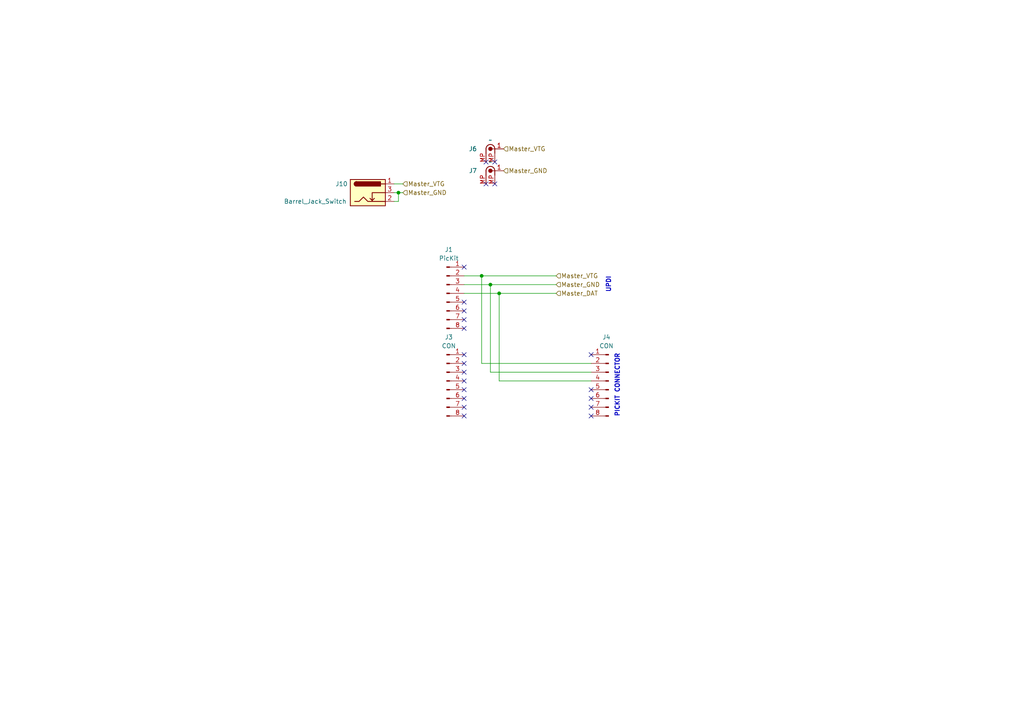
<source format=kicad_sch>
(kicad_sch (version 20231120) (generator "eeschema") (generator_version "8.0")
  (paper "A4")
  (lib_symbols
    (symbol "Connector:Barrel_Jack_Switch" (pin_names hide)
      (property "Reference" "J" (at 0 5.334 0))
      (property "Value" "Barrel_Jack_Switch" (at 0 -5.08 0))
      (symbol "Barrel_Jack_Switch_0_1"
        (rectangle (start -5.08 3.81) (end 5.08 -3.81) (stroke (width 0.254)) (fill (type background)))
        (arc (start -3.302 3.175) (mid -3.9343 2.54) (end -3.302 1.905) (stroke (width 0.254)))
        (arc (start -3.302 3.175) (mid -3.9343 2.54) (end -3.302 1.905) (stroke (width 0.254)) (fill (type outline)))
        (polyline (pts (xy 1.27 -2.286) (xy 1.905 -1.651)) (stroke (width 0.254)))
        (polyline (pts (xy 5.08 2.54) (xy 3.81 2.54)) (stroke (width 0.254)))
        (polyline (pts (xy 5.08 0) (xy 1.27 0) (xy 1.27 -2.286) (xy 0.635 -1.651)) (stroke (width 0.254)))
        (polyline (pts (xy -3.81 -2.54) (xy -2.54 -2.54) (xy -1.27 -1.27) (xy 0 -2.54) (xy 2.54 -2.54) (xy 5.08 -2.54)) (stroke (width 0.254)))
        (rectangle (start 3.683 3.175) (end -3.302 1.905) (stroke (width 0.254)) (fill (type outline)))
      )
      (symbol "Barrel_Jack_Switch_1_1"
        (pin passive line (at 7.62 2.54 180) (length 2.54) (name "~") (number "1"))
        (pin passive line (at 7.62 -2.54 180) (length 2.54) (name "~") (number "2"))
        (pin passive line (at 7.62 0 180) (length 2.54) (name "~") (number "3"))
      )
    )
    (symbol "Connector:Conn_01x08_Pin" (pin_names (offset 1.016) hide)
      (property "Reference" "J" (at 0 10.16 0))
      (property "Value" "Conn_01x08_Pin" (at 0 -12.7 0))
      (symbol "Conn_01x08_Pin_1_1"
        (polyline (pts (xy 1.27 -10.16) (xy 0.8636 -10.16)) (stroke (width 0.1524)))
        (polyline (pts (xy 1.27 -7.62) (xy 0.8636 -7.62)) (stroke (width 0.1524)))
        (polyline (pts (xy 1.27 -5.08) (xy 0.8636 -5.08)) (stroke (width 0.1524)))
        (polyline (pts (xy 1.27 -2.54) (xy 0.8636 -2.54)) (stroke (width 0.1524)))
        (polyline (pts (xy 1.27 0) (xy 0.8636 0)) (stroke (width 0.1524)))
        (polyline (pts (xy 1.27 2.54) (xy 0.8636 2.54)) (stroke (width 0.1524)))
        (polyline (pts (xy 1.27 5.08) (xy 0.8636 5.08)) (stroke (width 0.1524)))
        (polyline (pts (xy 1.27 7.62) (xy 0.8636 7.62)) (stroke (width 0.1524)))
        (rectangle (start 0.8636 -10.033) (end 0 -10.287) (stroke (width 0.1524)) (fill (type outline)))
        (rectangle (start 0.8636 -7.493) (end 0 -7.747) (stroke (width 0.1524)) (fill (type outline)))
        (rectangle (start 0.8636 -4.953) (end 0 -5.207) (stroke (width 0.1524)) (fill (type outline)))
        (rectangle (start 0.8636 -2.413) (end 0 -2.667) (stroke (width 0.1524)) (fill (type outline)))
        (rectangle (start 0.8636 0.127) (end 0 -0.127) (stroke (width 0.1524)) (fill (type outline)))
        (rectangle (start 0.8636 2.667) (end 0 2.413) (stroke (width 0.1524)) (fill (type outline)))
        (rectangle (start 0.8636 5.207) (end 0 4.953) (stroke (width 0.1524)) (fill (type outline)))
        (rectangle (start 0.8636 7.747) (end 0 7.493) (stroke (width 0.1524)) (fill (type outline)))
        (pin passive line (at 5.08 7.62 180) (length 3.81) (name "Pin_1") (number "1"))
        (pin passive line (at 5.08 5.08 180) (length 3.81) (name "Pin_2") (number "2"))
        (pin passive line (at 5.08 2.54 180) (length 3.81) (name "Pin_3") (number "3"))
        (pin passive line (at 5.08 0 180) (length 3.81) (name "Pin_4") (number "4"))
        (pin passive line (at 5.08 -2.54 180) (length 3.81) (name "Pin_5") (number "5"))
        (pin passive line (at 5.08 -5.08 180) (length 3.81) (name "Pin_6") (number "6"))
        (pin passive line (at 5.08 -7.62 180) (length 3.81) (name "Pin_7") (number "7"))
        (pin passive line (at 5.08 -10.16 180) (length 3.81) (name "Pin_8") (number "8"))
      )
    )
    (symbol "schutzinger SWEB 8094:Banana_4mm"
      (property "Reference" "J" (at -3.81 -0.254 0))
      (symbol "Banana_4mm_0_1"
        (circle (center 0 0) (radius 0.508) (stroke (width 0.2032)) (fill (type outline)))
        (arc (start 1.27 0) (mid 0 1.27) (end -1.27 0) (stroke (width 0.254)))
      )
      (symbol "Banana_4mm_1_1"
        (polyline (pts (xy -1.27 0) (xy -1.27 -1.27)) (stroke (width 0.254)))
        (polyline (pts (xy 1.27 0) (xy 0 0)) (stroke (width 0.1524)))
        (polyline (pts (xy 1.27 0) (xy 1.27 -1.27)) (stroke (width 0.254)))
        (pin passive line (at 3.81 0 180) (length 2.54) (name "") (number "1"))
        (pin passive line (at -1.27 -3.81 90) (length 2.54) (name "") (number "MP"))
        (pin passive line (at 1.27 -3.81 90) (length 2.54) (name "") (number "MP"))
      )
    )
  )
  (junction (at 139.7 80.01))
  (junction (at 142.24 82.55))
  (junction (at 115.57 55.88))
  (junction (at 144.78 85.09))
  (no_connect (at 171.45 115.57))
  (no_connect (at 134.62 77.47))
  (no_connect (at 134.62 90.17))
  (no_connect (at 134.62 105.41))
  (no_connect (at 134.62 95.25))
  (no_connect (at 134.62 113.03))
  (no_connect (at 140.97 46.99))
  (no_connect (at 171.45 113.03))
  (no_connect (at 134.62 107.95))
  (no_connect (at 134.62 118.11))
  (no_connect (at 143.51 53.34))
  (no_connect (at 171.45 120.65))
  (no_connect (at 134.62 92.71))
  (no_connect (at 140.97 53.34))
  (no_connect (at 171.45 118.11))
  (no_connect (at 134.62 110.49))
  (no_connect (at 134.62 87.63))
  (no_connect (at 134.62 115.57))
  (no_connect (at 171.45 102.87))
  (no_connect (at 143.51 46.99))
  (no_connect (at 134.62 102.87))
  (no_connect (at 134.62 120.65))
  (wire (pts (xy 115.57 55.88) (xy 116.84 55.88)))
  (wire (pts (xy 116.84 53.34) (xy 114.3 53.34)))
  (wire (pts (xy 144.78 110.49) (xy 171.45 110.49)))
  (wire (pts (xy 115.57 58.42) (xy 115.57 55.88)))
  (wire (pts (xy 142.24 107.95) (xy 171.45 107.95)))
  (wire (pts (xy 114.3 55.88) (xy 115.57 55.88)))
  (wire (pts (xy 142.24 82.55) (xy 161.29 82.55)))
  (wire (pts (xy 114.3 58.42) (xy 115.57 58.42)))
  (wire (pts (xy 144.78 85.09) (xy 144.78 110.49)))
  (wire (pts (xy 134.62 80.01) (xy 139.7 80.01)))
  (wire (pts (xy 134.62 85.09) (xy 144.78 85.09)))
  (wire (pts (xy 139.7 80.01) (xy 161.29 80.01)))
  (wire (pts (xy 139.7 105.41) (xy 171.45 105.41)))
  (wire (pts (xy 139.7 80.01) (xy 139.7 105.41)))
  (wire (pts (xy 142.24 82.55) (xy 142.24 107.95)))
  (wire (pts (xy 134.62 82.55) (xy 142.24 82.55)))
  (wire (pts (xy 144.78 85.09) (xy 161.29 85.09)))
  (text "PICKIT CONNECTOR" (at 179.07 111.76 90) (effects (font (size 1.27 1.27) (thickness 0.254) (bold yes))))
  (text "UPDI" (at 176.53 82.55 90) (effects (font (size 1.27 1.27) (thickness 0.254) (bold yes))))
  (hierarchical_label "Master_VTG" (shape input) (at 161.29 80.01 0))
  (hierarchical_label "Master_GND" (shape input) (at 116.84 55.88 0))
  (hierarchical_label "Master_GND" (shape input) (at 146.05 49.53 0))
  (hierarchical_label "Master_VTG" (shape input) (at 146.05 43.18 0))
  (hierarchical_label "Master_DAT" (shape input) (at 161.29 85.09 0))
  (hierarchical_label "Master_VTG" (shape input) (at 116.84 53.34 0))
  (hierarchical_label "Master_GND" (shape input) (at 161.29 82.55 0))
  (symbol (lib_id "Connector:Conn_01x08_Pin") (at 176.53 110.49 0) (mirror y) (unit 1)
    (property "Reference" "J4" (at 175.895 97.79 0))
    (property "Value" "CON" (at 175.895 100.33 0))
    (property "Footprint" "Connector_PinHeader_2.54mm:PinHeader_1x08_P2.54mm_Vertical" (effects (hide yes)))
  )
  (symbol (lib_id "Connector:Barrel_Jack_Switch") (at 106.68 55.88 0) (unit 1)
    (property "Reference" "J10" (at 99.06 53.34 0))
    (property "Value" "Barrel_Jack_Switch" (at 91.44 58.42 0))
    (property "Footprint" "Connector_BarrelJack:BarrelJack_Horizontal" (effects (hide yes)))
    (property "Description" "DC Barrel Jack with an internal switch" (effects (hide yes)))
  )
  (symbol (lib_id "schutzinger SWEB 8094:Banana_4mm") (at 142.24 43.18 0) (unit 1)
    (property "Reference" "J6" (at 137.16 43.18 0))
    (property "Value" "~" (at 142.24 40.64 0))
    (property "Footprint" "schutzinger SWEB 8094:SWEB 8094 RED" (effects (hide yes)))
  )
  (symbol (lib_id "Connector:Conn_01x08_Pin") (at 129.54 110.49 0) (unit 1)
    (property "Reference" "J3" (at 130.175 97.79 0))
    (property "Value" "CON" (at 130.175 100.33 0))
    (property "Footprint" "Connector_PinHeader_2.54mm:PinHeader_1x08_P2.54mm_Vertical" (effects (hide yes)))
  )
  (symbol (lib_id "Connector:Conn_01x08_Pin") (at 129.54 85.09 0) (unit 1)
    (property "Reference" "J1" (at 130.175 72.39 0))
    (property "Value" "PicKit" (at 130.175 74.93 0))
    (property "Footprint" "Connector_PinHeader_2.54mm:PinHeader_1x08_P2.54mm_Vertical" (effects (hide yes)))
  )
  (symbol (lib_id "schutzinger SWEB 8094:Banana_4mm") (at 142.24 49.53 0) (unit 1)
    (property "Reference" "J7" (at 137.16 49.53 0))
    (property "Value" "~" (at 142.24 46.99 0))
    (property "Footprint" "schutzinger SWEB 8094:SWEB 8094 BLACK" (effects (hide yes)))
  )
)
</source>
